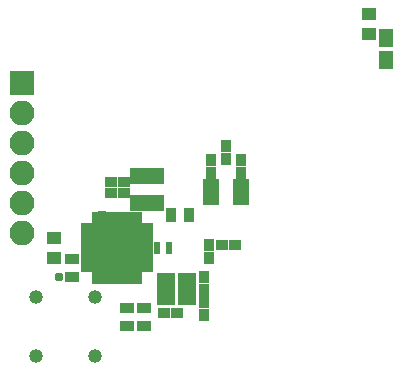
<source format=gbr>
G04 #@! TF.FileFunction,Soldermask,Top*
%FSLAX46Y46*%
G04 Gerber Fmt 4.6, Leading zero omitted, Abs format (unit mm)*
G04 Created by KiCad (PCBNEW 4.0.5) date 05/07/17 17:05:54*
%MOMM*%
%LPD*%
G01*
G04 APERTURE LIST*
%ADD10C,0.100000*%
%ADD11R,1.225500X0.654000*%
%ADD12R,0.654000X1.225500*%
%ADD13R,0.654000X1.670000*%
%ADD14R,2.125000X2.125000*%
%ADD15R,1.550000X1.400000*%
%ADD16R,0.900000X1.000000*%
%ADD17R,1.000000X0.900000*%
%ADD18C,1.187400*%
%ADD19R,1.400000X2.200000*%
%ADD20R,0.533400X0.533400*%
%ADD21R,2.100000X2.100000*%
%ADD22O,2.100000X2.100000*%
%ADD23R,1.150000X1.600000*%
%ADD24R,1.300000X0.900000*%
%ADD25R,1.200000X1.000000*%
%ADD26R,2.940000X1.421080*%
%ADD27R,0.900000X1.300000*%
%ADD28C,0.781000*%
G04 APERTURE END LIST*
D10*
D11*
X9855200Y15466000D03*
X9855200Y14966000D03*
X9855200Y14466000D03*
X9855200Y13966000D03*
X9855200Y13466000D03*
X9855200Y12966000D03*
X9855200Y12466000D03*
X9855200Y11966000D03*
D12*
X10569000Y11252200D03*
X11069000Y11252200D03*
X11569000Y11252200D03*
X12069000Y11252200D03*
X12569000Y11252200D03*
X13069000Y11252200D03*
X13569000Y11252200D03*
X14069000Y11252200D03*
D11*
X14782800Y11966000D03*
X14782800Y12466000D03*
X14782800Y12966000D03*
X14782800Y13466000D03*
X14782800Y13966000D03*
X14782800Y14466000D03*
X14782800Y14966000D03*
X14782800Y15466000D03*
D12*
X14069000Y16179800D03*
X13569000Y16179800D03*
X13069000Y16179800D03*
X12569000Y16179800D03*
X12069000Y16179800D03*
X11569000Y16179800D03*
D13*
X11049000Y15951200D03*
D12*
X10569000Y16179800D03*
D14*
X13181500Y12853500D03*
X13181500Y14578500D03*
X11456500Y12853500D03*
X11456500Y14578500D03*
D15*
X16498600Y9510800D03*
X18248600Y9510800D03*
X18248600Y10910800D03*
X16498600Y10910800D03*
D16*
X22783800Y21149400D03*
X22783800Y20049400D03*
X19659600Y10118000D03*
X19659600Y11218000D03*
D17*
X17415600Y8178800D03*
X16315600Y8178800D03*
D16*
X21526500Y21230500D03*
X21526500Y22330500D03*
X19659600Y9084400D03*
X19659600Y7984400D03*
D18*
X5448300Y4533900D03*
X5448300Y9537700D03*
X10452100Y9537700D03*
X10452100Y4533900D03*
D19*
X20289200Y18389600D03*
X22789200Y18389600D03*
D20*
X15697200Y13957300D03*
X15697200Y13474700D03*
X16713200Y13957300D03*
X16713200Y13474700D03*
D21*
X4267200Y27635200D03*
D22*
X4267200Y25095200D03*
X4267200Y22555200D03*
X4267200Y20015200D03*
X4267200Y17475200D03*
X4267200Y14935200D03*
D17*
X12894400Y18338800D03*
X11794400Y18338800D03*
X11794400Y19304000D03*
X12894400Y19304000D03*
D16*
X20243800Y21162100D03*
X20243800Y20062100D03*
D23*
X35077400Y31506200D03*
X35077400Y29606200D03*
D24*
X14630400Y8573200D03*
X14630400Y7073200D03*
D16*
X20091400Y13961200D03*
X20091400Y12861200D03*
D17*
X22279700Y13970000D03*
X21179700Y13970000D03*
D25*
X33655000Y31789000D03*
X33655000Y33489000D03*
X6959600Y12815200D03*
X6959600Y14515200D03*
D26*
X14884400Y19789140D03*
X14884400Y17498060D03*
D24*
X13157200Y8573200D03*
X13157200Y7073200D03*
D27*
X16877600Y16459200D03*
X18377600Y16459200D03*
D24*
X8483600Y12738800D03*
X8483600Y11238800D03*
D28*
X7366000Y11226800D03*
M02*

</source>
